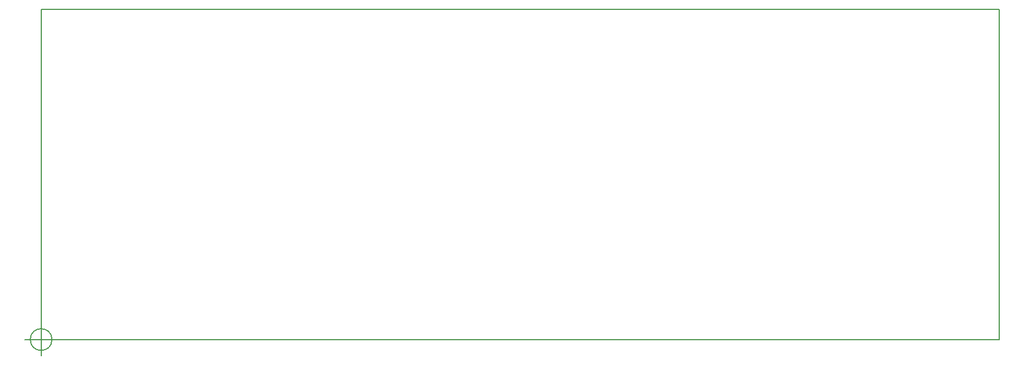
<source format=gbr>
G04 #@! TF.GenerationSoftware,KiCad,Pcbnew,(5.0.1-3-g963ef8bb5)*
G04 #@! TF.CreationDate,2018-11-01T00:44:27+09:00*
G04 #@! TF.ProjectId,firstTraining,6669727374547261696E696E672E6B69,rev?*
G04 #@! TF.SameCoordinates,Original*
G04 #@! TF.FileFunction,Profile,NP*
%FSLAX46Y46*%
G04 Gerber Fmt 4.6, Leading zero omitted, Abs format (unit mm)*
G04 Created by KiCad (PCBNEW (5.0.1-3-g963ef8bb5)) date 2018年11月01日 木曜日 00:44:27*
%MOMM*%
%LPD*%
G01*
G04 APERTURE LIST*
%ADD10C,0.150000*%
G04 APERTURE END LIST*
D10*
X65166666Y-113030000D02*
G75*
G03X65166666Y-113030000I-1666666J0D01*
G01*
X61000000Y-113030000D02*
X66000000Y-113030000D01*
X63500000Y-110530000D02*
X63500000Y-115530000D01*
X63500000Y-113030000D02*
X63500000Y-62230000D01*
X63500000Y-62230000D02*
X210820000Y-62230000D01*
X210820000Y-113030000D02*
X210820000Y-62230000D01*
X63500000Y-113030000D02*
X210820000Y-113030000D01*
M02*

</source>
